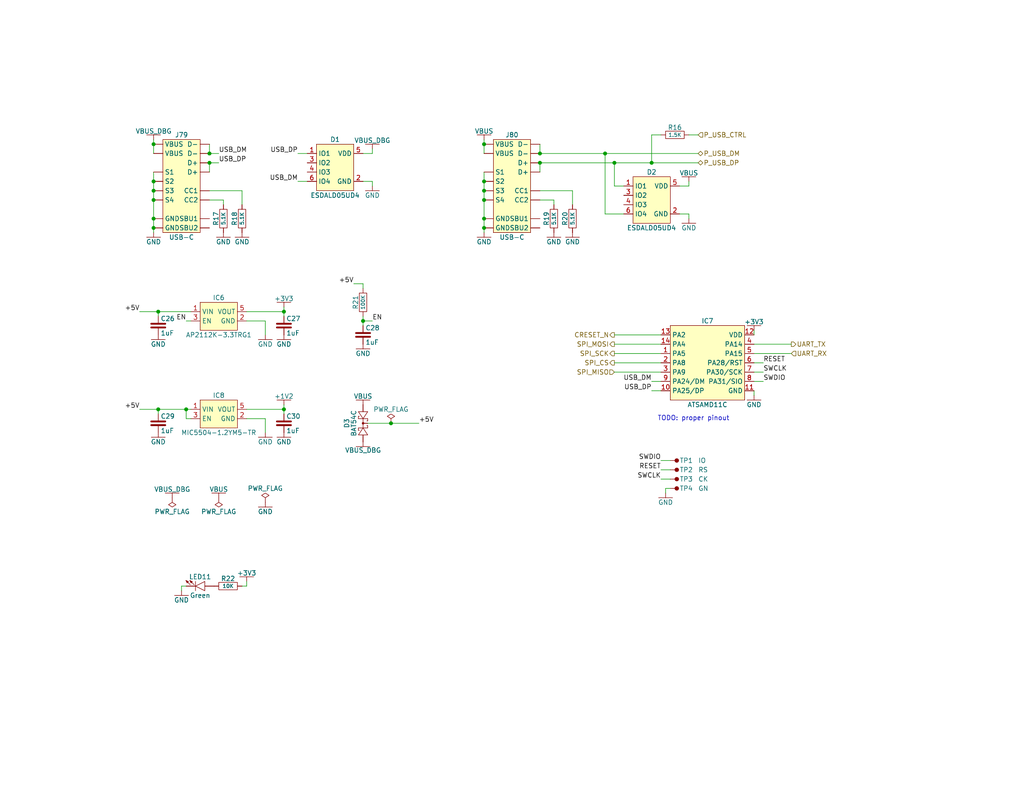
<source format=kicad_sch>
(kicad_sch (version 20231120) (generator "eeschema") (generator_version "8.0")
  (paper "USLetter")
  (title_block (date "2024-07-08") (rev "1"))
  (lib_symbols
    (symbol "ataradov_conn:USB-C" (pin_numbers hide)
      (property "Reference" "J?" (at 0 12.7 0))
      (property "Value" "USB-C" (at 0 -15.24 0))
      (symbol "USB-C_0_1"
        (rectangle (start -5.08 11.43) (end 5.08 -13.97) (fill (type background)))
      )
      (symbol "USB-C_1_1"
        (pin bidirectional line (at 7.62 -2.54 180) (length 2.54) (name "CC1") (number "CC1"))
        (pin bidirectional line (at 7.62 -5.08 180) (length 2.54) (name "CC2") (number "CC2"))
        (pin bidirectional line (at 7.62 5.08 180) (length 2.54) (name "D+") (number "D+1"))
        (pin bidirectional line (at 7.62 2.54 180) (length 2.54) (name "D+") (number "D+2"))
        (pin bidirectional line (at 7.62 10.16 180) (length 2.54) (name "D-") (number "D-1"))
        (pin bidirectional line (at 7.62 7.62 180) (length 2.54) (name "D-") (number "D-2"))
        (pin passive line (at -7.62 -10.16 0) (length 2.54) (name "GND") (number "GND1"))
        (pin passive line (at -7.62 -12.7 0) (length 2.54) (name "GND") (number "GND2"))
        (pin passive line (at -7.62 2.54 0) (length 2.54) (name "S1") (number "S1"))
        (pin passive line (at -7.62 0 0) (length 2.54) (name "S2") (number "S2"))
        (pin passive line (at -7.62 -2.54 0) (length 2.54) (name "S3") (number "S3"))
        (pin passive line (at -7.62 -5.08 0) (length 2.54) (name "S4") (number "S4"))
        (pin bidirectional line (at 7.62 -10.16 180) (length 2.54) (name "SBU1") (number "SBU1"))
        (pin bidirectional line (at 7.62 -12.7 180) (length 2.54) (name "SBU2") (number "SBU2"))
        (pin passive line (at -7.62 10.16 0) (length 2.54) (name "VBUS") (number "VBUS1"))
        (pin passive line (at -7.62 7.62 0) (length 2.54) (name "VBUS") (number "VBUS2"))
      )
    )
    (symbol "ataradov_led:LED" (pin_numbers hide) (pin_names (offset 1.016) hide)
      (property "Reference" "LED" (at 0 2.54 0))
      (property "Value" "LED" (at 0 -2.54 0))
      (symbol "LED_0_1"
        (polyline (pts (xy 1.27 1.27) (xy 1.27 -1.27)))
        (polyline (pts (xy 2.1336 1.2192) (xy 2.4892 0.8636)))
        (polyline (pts (xy 2.794 1.524) (xy 2.2352 1.1684)))
        (polyline (pts (xy 2.794 1.524) (xy 2.4384 0.9652)))
        (polyline (pts (xy 3.2004 1.2192) (xy 3.556 0.8636)))
        (polyline (pts (xy 3.8608 1.524) (xy 3.302 1.1684)))
        (polyline (pts (xy 3.8608 1.524) (xy 3.4544 0.9652)))
        (polyline (pts (xy -1.27 1.27) (xy -1.27 -1.27) (xy 1.27 0) (xy -1.27 1.27)))
        (polyline (pts (xy 1.6256 0.3556) (xy 2.794 1.524) (xy 2.1336 1.2192) (xy 2.794 1.524) (xy 2.4892 0.8636)))
        (polyline (pts (xy 2.6924 0.3556) (xy 3.8608 1.524) (xy 3.2004 1.2192) (xy 3.8608 1.524) (xy 3.556 0.8636)))
      )
      (symbol "LED_1_1"
        (pin passive line (at -3.81 0 0) (length 2.54) (name "A") (number "1"))
        (pin passive line (at 3.81 0 180) (length 2.54) (name "K") (number "2"))
      )
    )
    (symbol "ataradov_mcu:ATSAMD11C"
      (property "Reference" "IC?" (at 0 11.43 0))
      (property "Value" "ATSAMD11C" (at 0 -11.43 0))
      (symbol "ATSAMD11C_0_1"
        (rectangle (start -10.16 10.16) (end 10.16 -10.16) (fill (type background)))
      )
      (symbol "ATSAMD11C_1_1"
        (pin bidirectional line (at -12.7 2.54 0) (length 2.54) (name "PA5") (number "1"))
        (pin bidirectional line (at -12.7 -7.62 0) (length 2.54) (name "PA25/DP") (number "10"))
        (pin power_in line (at 12.7 -7.62 180) (length 2.54) (name "GND") (number "11"))
        (pin power_in line (at 12.7 7.62 180) (length 2.54) (name "VDD") (number "12"))
        (pin bidirectional line (at -12.7 7.62 0) (length 2.54) (name "PA2") (number "13"))
        (pin bidirectional line (at -12.7 5.08 0) (length 2.54) (name "PA4") (number "14"))
        (pin bidirectional line (at -12.7 0 0) (length 2.54) (name "PA8") (number "2"))
        (pin bidirectional line (at -12.7 -2.54 0) (length 2.54) (name "PA9") (number "3"))
        (pin bidirectional line (at 12.7 5.08 180) (length 2.54) (name "PA14") (number "4"))
        (pin bidirectional line (at 12.7 2.54 180) (length 2.54) (name "PA15") (number "5"))
        (pin bidirectional line (at 12.7 0 180) (length 2.54) (name "PA28/RST") (number "6"))
        (pin bidirectional line (at 12.7 -2.54 180) (length 2.54) (name "PA30/SCK") (number "7"))
        (pin bidirectional line (at 12.7 -5.08 180) (length 2.54) (name "PA31/SIO") (number "8"))
        (pin bidirectional line (at -12.7 -5.08 0) (length 2.54) (name "PA24/DM") (number "9"))
      )
    )
    (symbol "ataradov_misc:TestPoint" (pin_numbers hide) (pin_names hide)
      (property "Reference" "TP?" (at 2.54 0 0))
      (property "Value" "TestPoint" (at 7.62 0 0))
      (symbol "TestPoint_0_1"
        (circle (center 1.778 0) (radius 0.508) (fill (type outline)))
      )
      (symbol "TestPoint_1_1"
        (pin passive line (at 0 0 0) (length 1.78) (name "1") (number "1"))
      )
    )
    (symbol "ataradov_pwr:+3V3" (power) (pin_names (offset 0))
      (property "Value" "+3V3" (at 0 2.286 0))
      (symbol "+3V3_0_1"
        (polyline (pts (xy -1.905 1.27) (xy 0 1.27)))
        (polyline (pts (xy 0 0) (xy 0 1.27)))
        (polyline (pts (xy 0 1.27) (xy 1.905 1.27)))
      )
      (symbol "+3V3_1_1"
        (pin power_in line (at 0 0 90) (length 0) hide (name "+3V3") (number "1"))
      )
    )
    (symbol "ataradov_pwr:GND" (power) (pin_names (offset 0))
      (property "Value" "GND" (at 0 -2.54 0))
      (symbol "GND_0_1"
        (polyline (pts (xy -1.905 -1.27) (xy 1.905 -1.27)))
        (polyline (pts (xy 0 0) (xy 0 -1.27)))
      )
      (symbol "GND_1_1"
        (pin power_in line (at 0 0 270) (length 0) hide (name "GND") (number "1"))
      )
    )
    (symbol "ataradov_pwr:V" (power) (pin_names (offset 0))
      (property "Value" "V" (at 0 2.286 0))
      (symbol "V_0_1"
        (polyline (pts (xy -1.905 1.27) (xy 0 1.27)))
        (polyline (pts (xy 0 0) (xy 0 1.27)))
        (polyline (pts (xy 0 1.27) (xy 1.905 1.27)))
      )
      (symbol "V_1_1"
        (pin power_in line (at 0 0 90) (length 0) hide (name "V") (number "1"))
      )
    )
    (symbol "ataradov_pwr:VBUS" (power) (pin_names (offset 0))
      (property "Value" "VBUS" (at 0 2.286 0))
      (symbol "VBUS_0_1"
        (polyline (pts (xy -1.905 1.27) (xy 0 1.27)))
        (polyline (pts (xy 0 0) (xy 0 1.27)))
        (polyline (pts (xy 0 1.27) (xy 1.905 1.27)))
      )
      (symbol "VBUS_1_1"
        (pin power_in line (at 0 0 90) (length 0) hide (name "VBUS") (number "1"))
      )
    )
    (symbol "ataradov_rlc:C" (pin_numbers hide) (pin_names hide)
      (property "Reference" "C?" (at 0.635 1.905 0))
      (property "Value" "C" (at 0.635 -2.032 0))
      (symbol "C_0_1"
        (polyline (pts (xy -1.905 -0.508) (xy 1.905 -0.508)) (stroke (width 0.5)))
        (polyline (pts (xy -1.905 0.508) (xy 1.905 0.508)) (stroke (width 0.5)))
      )
      (symbol "C_1_1"
        (pin passive line (at 0 -2.54 90) (length 1.905) (name "1") (number "1"))
        (pin passive line (at 0 2.54 270) (length 1.905) (name "2") (number "2"))
      )
    )
    (symbol "ataradov_rlc:R" (pin_numbers hide) (pin_names hide)
      (property "Reference" "R?" (at 0 2.032 0))
      (property "Value" "R" (at 0 0 0))
      (symbol "R_0_1"
        (rectangle (start -2.54 1.016) (end 2.54 -1.016))
      )
      (symbol "R_1_1"
        (pin passive line (at -3.81 0 0) (length 1.27) (name "1") (number "1"))
        (pin passive line (at 3.81 0 180) (length 1.27) (name "2") (number "2"))
      )
    )
    (symbol "ataradov_semi:BAT54C" (pin_numbers hide) (pin_names (offset 1.016))
      (property "Reference" "D?" (at 0 4.445 0))
      (property "Value" "BAT54C" (at 0 2.54 0))
      (symbol "BAT54C_0_1"
        (polyline (pts (xy -1.905 1.27) (xy -1.905 1.016)))
        (polyline (pts (xy -1.27 -1.27) (xy -0.635 -1.27)))
        (polyline (pts (xy -1.27 0) (xy 1.27 0)))
        (polyline (pts (xy -1.27 1.27) (xy -1.905 1.27)))
        (polyline (pts (xy -1.27 1.27) (xy -1.27 -1.27)))
        (polyline (pts (xy -0.635 -1.27) (xy -0.635 -1.016)))
        (polyline (pts (xy 0.635 -1.27) (xy 0.635 -1.016)))
        (polyline (pts (xy 1.27 -1.27) (xy 0.635 -1.27)))
        (polyline (pts (xy 1.27 1.27) (xy 1.27 -1.27)))
        (polyline (pts (xy 1.27 1.27) (xy 1.905 1.27)))
        (polyline (pts (xy 1.905 1.27) (xy 1.905 1.016)))
        (polyline (pts (xy -3.175 -1.27) (xy -3.175 1.27) (xy -1.27 0) (xy -3.175 -1.27)))
        (polyline (pts (xy 3.175 -1.27) (xy 3.175 1.27) (xy 1.27 0) (xy 3.175 -1.27)))
        (circle (center 0 0) (radius 0.254) (fill (type outline)))
      )
      (symbol "BAT54C_1_1"
        (pin passive line (at -5.08 0 0) (length 1.905) (name "~") (number "1"))
        (pin passive line (at 5.08 0 180) (length 1.905) (name "~") (number "2"))
        (pin passive line (at 0 -1.27 90) (length 1.27) (name "~") (number "3"))
      )
    )
    (symbol "ataradov_semi:ESDALD05UD4"
      (property "Reference" "D?" (at 0 6.35 0))
      (property "Value" "ESDALD05UD4" (at 0 -8.89 0))
      (symbol "ESDALD05UD4_1_0"
        (pin passive line (at -7.62 2.54 0) (length 2.54) (name "IO1") (number "1"))
        (pin power_in line (at 7.62 -5.08 180) (length 2.54) (name "GND") (number "2"))
        (pin passive line (at -7.62 0 0) (length 2.54) (name "IO2") (number "3"))
        (pin passive line (at -7.62 -2.54 0) (length 2.54) (name "IO3") (number "4"))
        (pin passive line (at 7.62 2.54 180) (length 2.54) (name "VDD") (number "5"))
        (pin passive line (at -7.62 -5.08 0) (length 2.54) (name "IO4") (number "6"))
      )
      (symbol "ESDALD05UD4_1_1"
        (rectangle (start -5.08 5.08) (end 5.08 -7.62) (fill (type background)))
      )
    )
    (symbol "ataradov_vreg:MIC5504"
      (property "Reference" "IC?" (at 0 3.81 0))
      (property "Value" "MIC5504" (at 0 -6.35 0))
      (symbol "MIC5504_0_1"
        (rectangle (start -5.08 2.54) (end 5.08 -5.08) (fill (type background)))
      )
      (symbol "MIC5504_1_1"
        (pin power_in line (at -7.62 0 0) (length 2.54) (name "VIN") (number "1"))
        (pin power_in line (at 7.62 -2.54 180) (length 2.54) (name "GND") (number "2"))
        (pin input line (at -7.62 -2.54 0) (length 2.54) (name "EN") (number "3"))
        (pin no_connect line (at 11.43 -6.35 180) (length 2.54) hide (name "NC") (number "4"))
        (pin power_out line (at 7.62 0 180) (length 2.54) (name "VOUT") (number "5"))
      )
    )
    (symbol "power:PWR_FLAG" (power) (pin_numbers hide) (pin_names (offset 0) hide)
      (property "Value" "PWR_FLAG" (at 0 3.81 0))
      (symbol "PWR_FLAG_0_0"
        (pin power_out line (at 0 0 90) (length 0) (name "~") (number "1"))
      )
      (symbol "PWR_FLAG_0_1"
        (polyline (pts (xy 0 0) (xy 0 1.27) (xy -1.016 1.905) (xy 0 2.54) (xy 1.016 1.905) (xy 0 1.27)))
      )
    )
  )
  (junction (at 41.91 54.61))
  (junction (at 132.08 54.61))
  (junction (at 147.32 44.45))
  (junction (at 177.8 44.45))
  (junction (at 41.91 62.23))
  (junction (at 43.18 111.76))
  (junction (at 41.91 52.07))
  (junction (at 132.08 39.37))
  (junction (at 57.15 41.91))
  (junction (at 165.1 41.91))
  (junction (at 41.91 59.69))
  (junction (at 50.8 111.76))
  (junction (at 132.08 49.53))
  (junction (at 132.08 62.23))
  (junction (at 57.15 44.45))
  (junction (at 106.68 115.57))
  (junction (at 77.47 111.76))
  (junction (at 77.47 85.09))
  (junction (at 167.64 44.45))
  (junction (at 41.91 49.53))
  (junction (at 132.08 52.07))
  (junction (at 99.06 87.63))
  (junction (at 43.18 85.09))
  (junction (at 147.32 41.91))
  (junction (at 41.91 39.37))
  (junction (at 132.08 59.69))
  (wire (pts (xy 77.47 111.76) (xy 77.47 113.03)))
  (wire (pts (xy 187.96 50.8) (xy 185.42 50.8)))
  (wire (pts (xy 67.31 111.76) (xy 77.47 111.76)))
  (wire (pts (xy 180.34 36.83) (xy 177.8 36.83)))
  (wire (pts (xy 167.64 50.8) (xy 167.64 44.45)))
  (wire (pts (xy 205.74 99.06) (xy 208.28 99.06)))
  (wire (pts (xy 151.13 54.61) (xy 151.13 55.88)))
  (wire (pts (xy 41.91 38.1) (xy 41.91 39.37)))
  (wire (pts (xy 181.61 133.35) (xy 181.61 134.62)))
  (wire (pts (xy 41.91 39.37) (xy 41.91 41.91)))
  (wire (pts (xy 147.32 44.45) (xy 147.32 46.99)))
  (wire (pts (xy 50.8 111.76) (xy 52.07 111.76)))
  (wire (pts (xy 132.08 62.23) (xy 132.08 63.5)))
  (wire (pts (xy 41.91 46.99) (xy 41.91 49.53)))
  (wire (pts (xy 41.91 62.23) (xy 41.91 63.5)))
  (wire (pts (xy 67.31 114.3) (xy 72.39 114.3)))
  (wire (pts (xy 167.64 44.45) (xy 177.8 44.45)))
  (wire (pts (xy 205.74 90.17) (xy 205.74 91.44)))
  (wire (pts (xy 147.32 39.37) (xy 147.32 41.91)))
  (wire (pts (xy 43.18 85.09) (xy 52.07 85.09)))
  (wire (pts (xy 52.07 87.63) (xy 50.8 87.63)))
  (wire (pts (xy 77.47 83.82) (xy 77.47 85.09)))
  (wire (pts (xy 41.91 52.07) (xy 41.91 54.61)))
  (wire (pts (xy 81.28 49.53) (xy 83.82 49.53)))
  (wire (pts (xy 187.96 36.83) (xy 190.5 36.83)))
  (wire (pts (xy 177.8 106.68) (xy 180.34 106.68)))
  (wire (pts (xy 165.1 41.91) (xy 190.5 41.91)))
  (wire (pts (xy 205.74 96.52) (xy 215.9 96.52)))
  (wire (pts (xy 205.74 93.98) (xy 215.9 93.98)))
  (wire (pts (xy 77.47 110.49) (xy 77.47 111.76)))
  (wire (pts (xy 187.96 49.53) (xy 187.96 50.8)))
  (wire (pts (xy 67.31 158.75) (xy 67.31 160.02)))
  (wire (pts (xy 182.88 128.27) (xy 180.34 128.27)))
  (wire (pts (xy 99.06 41.91) (xy 101.6 41.91)))
  (wire (pts (xy 167.64 93.98) (xy 180.34 93.98)))
  (wire (pts (xy 156.21 52.07) (xy 156.21 55.88)))
  (wire (pts (xy 132.08 46.99) (xy 132.08 49.53)))
  (wire (pts (xy 43.18 111.76) (xy 43.18 113.03)))
  (wire (pts (xy 99.06 87.63) (xy 101.6 87.63)))
  (wire (pts (xy 165.1 41.91) (xy 165.1 58.42)))
  (wire (pts (xy 41.91 59.69) (xy 41.91 62.23)))
  (wire (pts (xy 96.52 77.47) (xy 99.06 77.47)))
  (wire (pts (xy 57.15 44.45) (xy 57.15 46.99)))
  (wire (pts (xy 132.08 49.53) (xy 132.08 52.07)))
  (wire (pts (xy 99.06 49.53) (xy 101.6 49.53)))
  (wire (pts (xy 60.96 54.61) (xy 60.96 55.88)))
  (wire (pts (xy 52.07 114.3) (xy 50.8 114.3)))
  (wire (pts (xy 57.15 41.91) (xy 59.69 41.91)))
  (wire (pts (xy 99.06 86.36) (xy 99.06 87.63)))
  (wire (pts (xy 177.8 104.14) (xy 180.34 104.14)))
  (wire (pts (xy 41.91 49.53) (xy 41.91 52.07)))
  (wire (pts (xy 57.15 44.45) (xy 59.69 44.45)))
  (wire (pts (xy 205.74 104.14) (xy 208.28 104.14)))
  (wire (pts (xy 66.04 52.07) (xy 66.04 55.88)))
  (wire (pts (xy 106.68 115.57) (xy 114.3 115.57)))
  (wire (pts (xy 57.15 52.07) (xy 66.04 52.07)))
  (wire (pts (xy 147.32 44.45) (xy 167.64 44.45)))
  (wire (pts (xy 167.64 91.44) (xy 180.34 91.44)))
  (wire (pts (xy 100.33 115.57) (xy 106.68 115.57)))
  (wire (pts (xy 132.08 38.1) (xy 132.08 39.37)))
  (wire (pts (xy 41.91 54.61) (xy 41.91 59.69)))
  (wire (pts (xy 72.39 87.63) (xy 72.39 91.44)))
  (wire (pts (xy 43.18 111.76) (xy 50.8 111.76)))
  (wire (pts (xy 147.32 52.07) (xy 156.21 52.07)))
  (wire (pts (xy 167.64 99.06) (xy 180.34 99.06)))
  (wire (pts (xy 50.8 114.3) (xy 50.8 111.76)))
  (wire (pts (xy 132.08 39.37) (xy 132.08 41.91)))
  (wire (pts (xy 67.31 85.09) (xy 77.47 85.09)))
  (wire (pts (xy 182.88 130.81) (xy 180.34 130.81)))
  (wire (pts (xy 66.04 160.02) (xy 67.31 160.02)))
  (wire (pts (xy 99.06 87.63) (xy 99.06 88.9)))
  (wire (pts (xy 67.31 87.63) (xy 72.39 87.63)))
  (wire (pts (xy 81.28 41.91) (xy 83.82 41.91)))
  (wire (pts (xy 43.18 86.36) (xy 43.18 85.09)))
  (wire (pts (xy 182.88 133.35) (xy 181.61 133.35)))
  (wire (pts (xy 167.64 101.6) (xy 180.34 101.6)))
  (wire (pts (xy 170.18 58.42) (xy 165.1 58.42)))
  (wire (pts (xy 49.53 161.29) (xy 49.53 160.02)))
  (wire (pts (xy 167.64 96.52) (xy 180.34 96.52)))
  (wire (pts (xy 132.08 59.69) (xy 132.08 62.23)))
  (wire (pts (xy 101.6 49.53) (xy 101.6 50.8)))
  (wire (pts (xy 177.8 36.83) (xy 177.8 44.45)))
  (wire (pts (xy 205.74 106.68) (xy 205.74 107.95)))
  (wire (pts (xy 170.18 50.8) (xy 167.64 50.8)))
  (wire (pts (xy 187.96 58.42) (xy 187.96 59.69)))
  (wire (pts (xy 99.06 78.74) (xy 99.06 77.47)))
  (wire (pts (xy 147.32 54.61) (xy 151.13 54.61)))
  (wire (pts (xy 57.15 54.61) (xy 60.96 54.61)))
  (wire (pts (xy 57.15 39.37) (xy 57.15 41.91)))
  (wire (pts (xy 185.42 58.42) (xy 187.96 58.42)))
  (wire (pts (xy 132.08 54.61) (xy 132.08 59.69)))
  (wire (pts (xy 205.74 101.6) (xy 208.28 101.6)))
  (wire (pts (xy 132.08 52.07) (xy 132.08 54.61)))
  (wire (pts (xy 182.88 125.73) (xy 180.34 125.73)))
  (wire (pts (xy 72.39 114.3) (xy 72.39 118.11)))
  (wire (pts (xy 101.6 40.64) (xy 101.6 41.91)))
  (wire (pts (xy 147.32 41.91) (xy 165.1 41.91)))
  (wire (pts (xy 38.1 85.09) (xy 43.18 85.09)))
  (wire (pts (xy 49.53 160.02) (xy 50.8 160.02)))
  (wire (pts (xy 177.8 44.45) (xy 190.5 44.45)))
  (wire (pts (xy 77.47 85.09) (xy 77.47 86.36)))
  (wire (pts (xy 38.1 111.76) (xy 43.18 111.76)))
  (text "TODO: proper pinout\n" (at 189.23 114.3 0) (effects (font (size 1.27 1.27))))
  (label "USB_DM" (at 81.28 49.53 180))
  (label "USB_DM" (at 59.69 41.91 0))
  (label "RESET" (at 180.34 128.27 180))
  (label "SWDIO" (at 208.28 104.14 0))
  (label "SWDIO" (at 180.34 125.73 180))
  (label "EN" (at 101.6 87.63 0))
  (label "EN" (at 50.8 87.63 180))
  (label "USB_DP" (at 59.69 44.45 0))
  (label "USB_DP" (at 81.28 41.91 180))
  (label "SWCLK" (at 208.28 101.6 0))
  (label "+5V" (at 114.3 115.57 0))
  (label "USB_DP" (at 177.8 106.68 180))
  (label "+5V" (at 38.1 111.76 180))
  (label "+5V" (at 38.1 85.09 180))
  (label "SWCLK" (at 180.34 130.81 180))
  (label "RESET" (at 208.28 99.06 0))
  (label "USB_DM" (at 177.8 104.14 180))
  (label "+5V" (at 96.52 77.47 180))
  (hierarchical_label "SPI_MISO" (shape input) (at 167.64 101.6 180))
  (hierarchical_label "P_USB_CTRL" (shape input) (at 190.5 36.83 0))
  (hierarchical_label "SPI_CS" (shape output) (at 167.64 99.06 180))
  (hierarchical_label "P_USB_DM" (shape bidirectional) (at 190.5 41.91 0))
  (hierarchical_label "UART_TX" (shape output) (at 215.9 93.98 0))
  (hierarchical_label "UART_RX" (shape input) (at 215.9 96.52 0))
  (hierarchical_label "CRESET_N" (shape output) (at 167.64 91.44 180))
  (hierarchical_label "SPI_MOSI" (shape output) (at 167.64 93.98 180))
  (hierarchical_label "P_USB_DP" (shape bidirectional) (at 190.5 44.45 0))
  (hierarchical_label "SPI_SCK" (shape output) (at 167.64 96.52 180))
  (symbol (lib_id "power:PWR_FLAG") (at 59.69 135.89 180) (unit 1)
    (property "Reference" "#FLG03" (effects (hide yes)))
    (property "Value" "PWR_FLAG" (at 59.69 139.7 0))
    (property "Description" "Special symbol for telling ERC where power comes from" (effects (hide yes)))
  )
  (symbol (lib_id "ataradov_rlc:R") (at 99.06 82.55 90) (unit 1)
    (property "Reference" "R21" (at 97.028 82.55 0))
    (property "Value" "100K" (at 99.06 82.55 0) (effects (font (size 1.016 1.016))))
    (property "Footprint" "ataradov_smd:0603" (effects (hide yes)))
  )
  (symbol (lib_id "ataradov_pwr:GND") (at 181.61 134.62 0) (mirror y) (unit 1)
    (property "Reference" "#PWR0114" (effects (hide yes)))
    (property "Value" "GND" (at 181.61 137.16 0))
  )
  (symbol (lib_id "ataradov_pwr:GND") (at 49.53 161.29 0) (unit 1)
    (property "Reference" "#PWR0119" (effects (hide yes)))
    (property "Value" "GND" (at 49.53 163.83 0))
  )
  (symbol (lib_id "ataradov_pwr:GND") (at 66.04 63.5 0) (unit 1)
    (property "Reference" "#PWR097" (effects (hide yes)))
    (property "Value" "GND" (at 66.04 66.04 0))
  )
  (symbol (lib_id "ataradov_mcu:ATSAMD11C") (at 193.04 99.06 0) (unit 1)
    (property "Reference" "IC7" (at 193.04 87.63 0))
    (property "Value" "ATSAMD11C" (at 193.04 110.49 0))
    (property "Footprint" "ataradov_ic:SOIC-14" (effects (hide yes)))
  )
  (symbol (lib_id "ataradov_pwr:VBUS") (at 101.6 40.64 0) (unit 1)
    (property "Reference" "#PWR091" (effects (hide yes)))
    (property "Value" "VBUS_DBG" (at 101.6 38.354 0))
  )
  (symbol (lib_id "ataradov_rlc:R") (at 60.96 59.69 90) (unit 1)
    (property "Reference" "R17" (at 58.928 59.69 0))
    (property "Value" "5.1K" (at 60.96 59.69 0) (effects (font (size 1.016 1.016))))
    (property "Footprint" "ataradov_smd:0603" (effects (hide yes)))
  )
  (symbol (lib_id "ataradov_rlc:C") (at 43.18 88.9 0) (unit 1)
    (property "Reference" "C26" (at 43.815 86.995 0) (effects (justify left)))
    (property "Value" "1uF" (at 43.815 90.932 0) (effects (justify left)))
    (property "Footprint" "ataradov_smd:0603" (effects (hide yes)))
  )
  (symbol (lib_id "ataradov_semi:BAT54C") (at 99.06 115.57 90) (unit 1)
    (property "Reference" "D3" (at 94.615 115.57 0))
    (property "Value" "BAT54C" (at 96.52 115.57 0))
    (property "Footprint" "ataradov_ic:SOT-23" (effects (hide yes)))
  )
  (symbol (lib_id "ataradov_rlc:C") (at 99.06 91.44 0) (unit 1)
    (property "Reference" "C28" (at 99.695 89.535 0) (effects (justify left)))
    (property "Value" "1uF" (at 99.695 93.472 0) (effects (justify left)))
    (property "Footprint" "ataradov_smd:0603" (effects (hide yes)))
  )
  (symbol (lib_id "ataradov_semi:ESDALD05UD4") (at 91.44 44.45 0) (unit 1)
    (property "Reference" "D1" (at 91.44 38.1 0))
    (property "Value" "ESDALD05UD4" (at 91.44 53.34 0))
    (property "Footprint" "ataradov_ic:SOT-23-6" (effects (hide yes)))
  )
  (symbol (lib_id "power:PWR_FLAG") (at 46.99 135.89 180) (unit 1)
    (property "Reference" "#FLG02" (effects (hide yes)))
    (property "Value" "PWR_FLAG" (at 46.99 139.7 0))
    (property "Description" "Special symbol for telling ERC where power comes from" (effects (hide yes)))
  )
  (symbol (lib_id "ataradov_rlc:C") (at 77.47 115.57 0) (unit 1)
    (property "Reference" "C30" (at 78.105 113.665 0) (effects (justify left)))
    (property "Value" "1uF" (at 78.105 117.602 0) (effects (justify left)))
    (property "Footprint" "ataradov_smd:0603" (effects (hide yes)))
  )
  (symbol (lib_id "ataradov_pwr:VBUS") (at 99.06 110.49 0) (unit 1)
    (property "Reference" "#PWR0109" (effects (hide yes)))
    (property "Value" "VBUS" (at 99.06 108.204 0))
  )
  (symbol (lib_id "ataradov_rlc:R") (at 66.04 59.69 90) (unit 1)
    (property "Reference" "R18" (at 64.008 59.69 0))
    (property "Value" "5.1K" (at 66.04 59.69 0) (effects (font (size 1.016 1.016))))
    (property "Footprint" "ataradov_smd:0603" (effects (hide yes)))
  )
  (symbol (lib_id "ataradov_semi:ESDALD05UD4") (at 177.8 53.34 0) (unit 1)
    (property "Reference" "D2" (at 177.8 46.99 0))
    (property "Value" "ESDALD05UD4" (at 177.8 62.23 0))
    (property "Footprint" "ataradov_ic:SOT-23-6" (effects (hide yes)))
  )
  (symbol (lib_id "ataradov_pwr:GND") (at 156.21 63.5 0) (unit 1)
    (property "Reference" "#PWR0100" (effects (hide yes)))
    (property "Value" "GND" (at 156.21 66.04 0))
  )
  (symbol (lib_id "ataradov_pwr:VBUS") (at 132.08 38.1 0) (unit 1)
    (property "Reference" "#PWR090" (effects (hide yes)))
    (property "Value" "VBUS" (at 132.08 35.814 0))
  )
  (symbol (lib_id "ataradov_pwr:GND") (at 151.13 63.5 0) (unit 1)
    (property "Reference" "#PWR099" (effects (hide yes)))
    (property "Value" "GND" (at 151.13 66.04 0))
  )
  (symbol (lib_id "ataradov_pwr:GND") (at 72.39 118.11 0) (unit 1)
    (property "Reference" "#PWR0111" (effects (hide yes)))
    (property "Value" "GND" (at 72.39 120.65 0))
  )
  (symbol (lib_id "ataradov_misc:TestPoint") (at 182.88 128.27 0) (unit 1)
    (property "Reference" "TP2" (at 185.42 128.27 0) (effects (justify left)))
    (property "Value" "RS" (at 190.5 128.27 0) (effects (justify left)))
    (property "Footprint" "ataradov_misc:TestPoint-1.27mm-SMD" (effects (hide yes)))
  )
  (symbol (lib_id "ataradov_rlc:C") (at 43.18 115.57 0) (unit 1)
    (property "Reference" "C29" (at 43.815 113.665 0) (effects (justify left)))
    (property "Value" "1uF" (at 43.815 117.602 0) (effects (justify left)))
    (property "Footprint" "ataradov_smd:0603" (effects (hide yes)))
  )
  (symbol (lib_id "ataradov_pwr:GND") (at 60.96 63.5 0) (unit 1)
    (property "Reference" "#PWR096" (effects (hide yes)))
    (property "Value" "GND" (at 60.96 66.04 0))
  )
  (symbol (lib_id "ataradov_pwr:GND") (at 101.6 50.8 0) (unit 1)
    (property "Reference" "#PWR093" (effects (hide yes)))
    (property "Value" "GND" (at 101.6 53.34 0))
  )
  (symbol (lib_id "ataradov_pwr:GND") (at 72.39 91.44 0) (unit 1)
    (property "Reference" "#PWR0104" (effects (hide yes)))
    (property "Value" "GND" (at 72.39 93.98 0))
  )
  (symbol (lib_id "ataradov_pwr:V") (at 77.47 110.49 0) (unit 1)
    (property "Reference" "#PWR0108" (effects (hide yes)))
    (property "Value" "+1V2" (at 77.47 108.204 0))
  )
  (symbol (lib_id "ataradov_pwr:GND") (at 99.06 93.98 0) (unit 1)
    (property "Reference" "#PWR0106" (effects (hide yes)))
    (property "Value" "GND" (at 99.06 96.52 0))
  )
  (symbol (lib_id "ataradov_pwr:VBUS") (at 59.69 135.89 0) (unit 1)
    (property "Reference" "#PWR0116" (effects (hide yes)))
    (property "Value" "VBUS" (at 59.69 133.604 0))
  )
  (symbol (lib_id "ataradov_rlc:R") (at 184.15 36.83 0) (unit 1)
    (property "Reference" "R16" (at 184.15 34.798 0))
    (property "Value" "1.5K" (at 184.15 36.83 0) (effects (font (size 1.016 1.016))))
    (property "Footprint" "ataradov_smd:0603" (effects (hide yes)))
  )
  (symbol (lib_id "power:PWR_FLAG") (at 72.39 137.16 0) (unit 1)
    (property "Reference" "#FLG04" (effects (hide yes)))
    (property "Value" "PWR_FLAG" (at 72.39 133.35 0))
    (property "Description" "Special symbol for telling ERC where power comes from" (effects (hide yes)))
  )
  (symbol (lib_id "ataradov_vreg:MIC5504") (at 59.69 111.76 0) (unit 1)
    (property "Reference" "IC8" (at 59.69 107.95 0))
    (property "Value" "MIC5504-1.2YM5-TR" (at 59.69 118.11 0))
    (property "Footprint" "ataradov_ic:SOT-23-5" (effects (hide yes)))
  )
  (symbol (lib_id "ataradov_pwr:GND") (at 43.18 118.11 0) (unit 1)
    (property "Reference" "#PWR0110" (effects (hide yes)))
    (property "Value" "GND" (at 43.18 120.65 0))
  )
  (symbol (lib_id "ataradov_pwr:+3V3") (at 77.47 83.82 0) (unit 1)
    (property "Reference" "#PWR0101" (effects (hide yes)))
    (property "Value" "+3V3" (at 77.47 81.534 0))
  )
  (symbol (lib_id "ataradov_pwr:+3V3") (at 67.31 158.75 0) (unit 1)
    (property "Reference" "#PWR0118" (effects (hide yes)))
    (property "Value" "+3V3" (at 67.31 156.464 0))
  )
  (symbol (lib_id "ataradov_pwr:GND") (at 205.74 107.95 0) (unit 1)
    (property "Reference" "#PWR0107" (effects (hide yes)))
    (property "Value" "GND" (at 205.74 110.49 0))
  )
  (symbol (lib_id "ataradov_pwr:GND") (at 72.39 137.16 0) (unit 1)
    (property "Reference" "#PWR0117" (effects (hide yes)))
    (property "Value" "GND" (at 72.39 139.7 0))
  )
  (symbol (lib_id "ataradov_misc:TestPoint") (at 182.88 125.73 0) (unit 1)
    (property "Reference" "TP1" (at 185.42 125.73 0) (effects (justify left)))
    (property "Value" "IO" (at 190.5 125.73 0) (effects (justify left)))
    (property "Footprint" "ataradov_misc:TestPoint-1.27mm-SMD" (effects (hide yes)))
  )
  (symbol (lib_id "ataradov_pwr:VBUS") (at 99.06 120.65 180) (unit 1)
    (property "Reference" "#PWR0113" (effects (hide yes)))
    (property "Value" "VBUS_DBG" (at 99.06 122.936 0))
  )
  (symbol (lib_id "ataradov_misc:TestPoint") (at 182.88 133.35 0) (unit 1)
    (property "Reference" "TP4" (at 185.42 133.35 0) (effects (justify left)))
    (property "Value" "GN" (at 190.5 133.35 0) (effects (justify left)))
    (property "Footprint" "ataradov_misc:TestPoint-1.27mm-SMD" (effects (hide yes)))
  )
  (symbol (lib_id "ataradov_pwr:GND") (at 41.91 63.5 0) (unit 1)
    (property "Reference" "#PWR095" (effects (hide yes)))
    (property "Value" "GND" (at 41.91 66.04 0))
  )
  (symbol (lib_id "ataradov_pwr:+3V3") (at 205.74 90.17 0) (unit 1)
    (property "Reference" "#PWR0102" (effects (hide yes)))
    (property "Value" "+3V3" (at 205.74 87.884 0))
  )
  (symbol (lib_id "ataradov_rlc:R") (at 151.13 59.69 90) (unit 1)
    (property "Reference" "R19" (at 149.098 59.69 0))
    (property "Value" "5.1K" (at 151.13 59.69 0) (effects (font (size 1.016 1.016))))
    (property "Footprint" "ataradov_smd:0603" (effects (hide yes)))
  )
  (symbol (lib_id "ataradov_pwr:GND") (at 77.47 91.44 0) (unit 1)
    (property "Reference" "#PWR0105" (effects (hide yes)))
    (property "Value" "GND" (at 77.47 93.98 0))
  )
  (symbol (lib_id "ataradov_misc:TestPoint") (at 182.88 130.81 0) (unit 1)
    (property "Reference" "TP3" (at 185.42 130.81 0) (effects (justify left)))
    (property "Value" "CK" (at 190.5 130.81 0) (effects (justify left)))
    (property "Footprint" "ataradov_misc:TestPoint-1.27mm-SMD" (effects (hide yes)))
  )
  (symbol (lib_id "ataradov_rlc:R") (at 156.21 59.69 90) (unit 1)
    (property "Reference" "R20" (at 154.178 59.69 0))
    (property "Value" "5.1K" (at 156.21 59.69 0) (effects (font (size 1.016 1.016))))
    (property "Footprint" "ataradov_smd:0603" (effects (hide yes)))
  )
  (symbol (lib_id "ataradov_pwr:VBUS") (at 187.96 49.53 0) (unit 1)
    (property "Reference" "#PWR092" (effects (hide yes)))
    (property "Value" "VBUS" (at 187.96 47.244 0))
  )
  (symbol (lib_id "ataradov_pwr:GND") (at 187.96 59.69 0) (unit 1)
    (property "Reference" "#PWR094" (effects (hide yes)))
    (property "Value" "GND" (at 187.96 62.23 0))
  )
  (symbol (lib_id "ataradov_pwr:GND") (at 77.47 118.11 0) (unit 1)
    (property "Reference" "#PWR0112" (effects (hide yes)))
    (property "Value" "GND" (at 77.47 120.65 0))
  )
  (symbol (lib_id "power:PWR_FLAG") (at 106.68 115.57 0) (unit 1)
    (property "Reference" "#FLG01" (effects (hide yes)))
    (property "Value" "PWR_FLAG" (at 106.68 111.76 0))
    (property "Description" "Special symbol for telling ERC where power comes from" (effects (hide yes)))
  )
  (symbol (lib_id "ataradov_rlc:C") (at 77.47 88.9 0) (unit 1)
    (property "Reference" "C27" (at 78.105 86.995 0) (effects (justify left)))
    (property "Value" "1uF" (at 78.105 90.932 0) (effects (justify left)))
    (property "Footprint" "ataradov_smd:0603" (effects (hide yes)))
  )
  (symbol (lib_id "ataradov_conn:USB-C") (at 49.53 49.53 0) (unit 1)
    (property "Reference" "J79" (at 49.53 36.83 0))
    (property "Value" "USB-C" (at 49.53 64.77 0))
    (property "Footprint" "ataradov_conn:USB-C" (effects (hide yes)))
  )
  (symbol (lib_id "ataradov_led:LED") (at 54.61 160.02 0) (mirror y) (unit 1)
    (property "Reference" "LED11" (at 54.61 157.48 0))
    (property "Value" "Green" (at 54.61 162.56 0))
    (property "Footprint" "ataradov_smd:0603_LED" (effects (hide yes)))
  )
  (symbol (lib_id "ataradov_rlc:R") (at 62.23 160.02 0) (unit 1)
    (property "Reference" "R22" (at 62.23 157.988 0))
    (property "Value" "10K" (at 62.23 160.02 0) (effects (font (size 1.016 1.016))))
    (property "Footprint" "ataradov_smd:0603" (effects (hide yes)))
  )
  (symbol (lib_id "ataradov_pwr:VBUS") (at 41.91 38.1 0) (unit 1)
    (property "Reference" "#PWR089" (effects (hide yes)))
    (property "Value" "VBUS_DBG" (at 41.91 35.814 0))
  )
  (symbol (lib_id "ataradov_pwr:VBUS") (at 46.99 135.89 0) (unit 1)
    (property "Reference" "#PWR0115" (effects (hide yes)))
    (property "Value" "VBUS_DBG" (at 46.99 133.604 0))
  )
  (symbol (lib_id "ataradov_pwr:GND") (at 132.08 63.5 0) (unit 1)
    (property "Reference" "#PWR098" (effects (hide yes)))
    (property "Value" "GND" (at 132.08 66.04 0))
  )
  (symbol (lib_id "ataradov_vreg:MIC5504") (at 59.69 85.09 0) (unit 1)
    (property "Reference" "IC6" (at 59.69 81.28 0))
    (property "Value" "AP2112K-3.3TRG1" (at 59.69 91.44 0))
    (property "Footprint" "ataradov_ic:SOT-23-5" (effects (hide yes)))
  )
  (symbol (lib_id "ataradov_conn:USB-C") (at 139.7 49.53 0) (unit 1)
    (property "Reference" "J80" (at 139.7 36.83 0))
    (property "Value" "USB-C" (at 139.7 64.77 0))
    (property "Footprint" "ataradov_conn:USB-C" (effects (hide yes)))
  )
  (symbol (lib_id "ataradov_pwr:GND") (at 43.18 91.44 0) (unit 1)
    (property "Reference" "#PWR0103" (effects (hide yes)))
    (property "Value" "GND" (at 43.18 93.98 0))
  )
)
</source>
